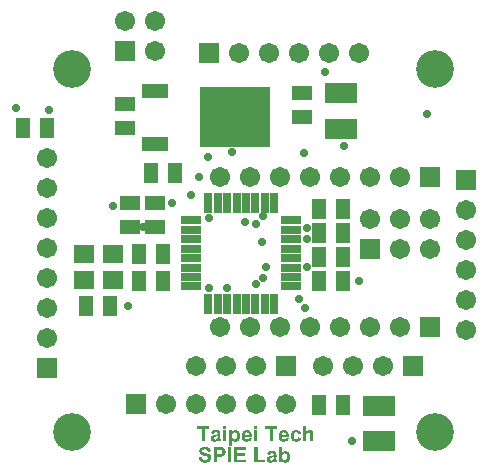
<source format=gts>
G04*
G04 #@! TF.GenerationSoftware,Altium Limited,Altium Designer,19.1.8 (144)*
G04*
G04 Layer_Color=8388736*
%FSLAX25Y25*%
%MOIN*%
G70*
G01*
G75*
%ADD25R,0.07099X0.06312*%
%ADD26R,0.04800X0.06800*%
%ADD27R,0.11036X0.06706*%
%ADD28R,0.06800X0.04800*%
%ADD29R,0.09068X0.04737*%
%ADD30R,0.23832X0.20091*%
%ADD31R,0.06706X0.03162*%
%ADD32R,0.03162X0.06706*%
%ADD33R,0.06706X0.06706*%
%ADD34C,0.06706*%
%ADD35R,0.06706X0.06706*%
%ADD36C,0.02769*%
%ADD37C,0.12611*%
G36*
X84017Y23214D02*
X83037D01*
Y24121D01*
X84017D01*
Y23214D01*
D02*
G37*
G36*
X73683D02*
X72702D01*
Y24121D01*
X73683D01*
Y23214D01*
D02*
G37*
G36*
X76795Y22789D02*
X76839Y22785D01*
X76894Y22778D01*
X76961Y22767D01*
X77031Y22752D01*
X77113Y22730D01*
X77198Y22704D01*
X77283Y22670D01*
X77376Y22630D01*
X77468Y22578D01*
X77561Y22522D01*
X77653Y22452D01*
X77745Y22374D01*
X77831Y22286D01*
X77834Y22278D01*
X77849Y22263D01*
X77871Y22234D01*
X77901Y22193D01*
X77934Y22141D01*
X77975Y22078D01*
X78016Y22004D01*
X78056Y21919D01*
X78097Y21823D01*
X78138Y21720D01*
X78178Y21601D01*
X78212Y21475D01*
X78241Y21338D01*
X78263Y21194D01*
X78278Y21039D01*
X78282Y20872D01*
Y20868D01*
Y20861D01*
Y20850D01*
Y20831D01*
Y20809D01*
X78278Y20783D01*
Y20754D01*
X78275Y20720D01*
X78267Y20643D01*
X78260Y20550D01*
X78245Y20450D01*
X78227Y20343D01*
X78201Y20228D01*
X78171Y20114D01*
X78134Y19992D01*
X78090Y19873D01*
X78038Y19755D01*
X77979Y19640D01*
X77908Y19529D01*
X77827Y19429D01*
X77823Y19422D01*
X77805Y19407D01*
X77782Y19381D01*
X77745Y19348D01*
X77701Y19311D01*
X77649Y19266D01*
X77586Y19218D01*
X77520Y19174D01*
X77442Y19126D01*
X77357Y19078D01*
X77268Y19033D01*
X77168Y18996D01*
X77068Y18963D01*
X76957Y18937D01*
X76843Y18922D01*
X76724Y18915D01*
X76695D01*
X76673Y18919D01*
X76643D01*
X76613Y18922D01*
X76576Y18926D01*
X76539Y18930D01*
X76451Y18945D01*
X76354Y18967D01*
X76258Y18996D01*
X76162Y19037D01*
X76158D01*
X76151Y19044D01*
X76136Y19052D01*
X76117Y19059D01*
X76095Y19074D01*
X76069Y19093D01*
X76040Y19111D01*
X76003Y19137D01*
X75925Y19192D01*
X75884Y19226D01*
X75836Y19266D01*
X75792Y19307D01*
X75740Y19352D01*
X75692Y19403D01*
X75640Y19455D01*
Y17590D01*
X74660D01*
Y22711D01*
X75574D01*
Y22163D01*
X75577Y22167D01*
X75581Y22175D01*
X75592Y22189D01*
X75607Y22212D01*
X75625Y22234D01*
X75648Y22263D01*
X75670Y22293D01*
X75699Y22326D01*
X75770Y22397D01*
X75851Y22474D01*
X75947Y22548D01*
X76055Y22619D01*
X76058Y22622D01*
X76069Y22626D01*
X76084Y22633D01*
X76106Y22645D01*
X76136Y22659D01*
X76169Y22674D01*
X76210Y22689D01*
X76254Y22707D01*
X76302Y22722D01*
X76354Y22737D01*
X76469Y22767D01*
X76595Y22785D01*
X76661Y22793D01*
X76761D01*
X76795Y22789D01*
D02*
G37*
G36*
X97048D02*
X97108Y22785D01*
X97174Y22778D01*
X97248Y22767D01*
X97326Y22756D01*
X97411Y22741D01*
X97496Y22722D01*
X97589Y22696D01*
X97677Y22667D01*
X97766Y22633D01*
X97855Y22593D01*
X97936Y22548D01*
X98014Y22497D01*
X98018Y22493D01*
X98033Y22482D01*
X98051Y22467D01*
X98081Y22441D01*
X98114Y22411D01*
X98151Y22374D01*
X98192Y22326D01*
X98236Y22275D01*
X98284Y22219D01*
X98332Y22152D01*
X98380Y22078D01*
X98425Y21997D01*
X98473Y21912D01*
X98517Y21819D01*
X98554Y21716D01*
X98591Y21609D01*
X97626Y21435D01*
Y21438D01*
X97622Y21446D01*
X97618Y21461D01*
X97615Y21483D01*
X97607Y21505D01*
X97600Y21534D01*
X97578Y21597D01*
X97548Y21668D01*
X97507Y21742D01*
X97459Y21808D01*
X97400Y21871D01*
X97396D01*
X97392Y21879D01*
X97381Y21886D01*
X97370Y21893D01*
X97330Y21919D01*
X97278Y21945D01*
X97215Y21971D01*
X97137Y21997D01*
X97048Y22012D01*
X96952Y22019D01*
X96915D01*
X96889Y22016D01*
X96860Y22012D01*
X96823Y22004D01*
X96782Y21997D01*
X96741Y21986D01*
X96693Y21975D01*
X96645Y21956D01*
X96597Y21938D01*
X96549Y21912D01*
X96501Y21882D01*
X96453Y21849D01*
X96408Y21808D01*
X96364Y21764D01*
X96360Y21760D01*
X96353Y21753D01*
X96345Y21738D01*
X96331Y21716D01*
X96312Y21686D01*
X96294Y21653D01*
X96275Y21612D01*
X96257Y21564D01*
X96234Y21509D01*
X96216Y21446D01*
X96197Y21375D01*
X96179Y21301D01*
X96164Y21216D01*
X96157Y21124D01*
X96149Y21024D01*
X96146Y20917D01*
Y20909D01*
Y20887D01*
Y20854D01*
X96149Y20809D01*
X96153Y20754D01*
X96157Y20695D01*
X96164Y20624D01*
X96175Y20554D01*
X96201Y20399D01*
X96220Y20321D01*
X96238Y20247D01*
X96264Y20173D01*
X96294Y20103D01*
X96327Y20040D01*
X96368Y19984D01*
X96371Y19981D01*
X96379Y19973D01*
X96390Y19958D01*
X96408Y19943D01*
X96430Y19921D01*
X96456Y19899D01*
X96490Y19873D01*
X96527Y19851D01*
X96567Y19825D01*
X96612Y19799D01*
X96660Y19777D01*
X96712Y19755D01*
X96771Y19740D01*
X96830Y19725D01*
X96897Y19718D01*
X96963Y19714D01*
X96989D01*
X97011Y19718D01*
X97034D01*
X97060Y19722D01*
X97126Y19733D01*
X97196Y19755D01*
X97274Y19781D01*
X97348Y19821D01*
X97385Y19844D01*
X97418Y19873D01*
X97422Y19877D01*
X97426Y19881D01*
X97437Y19892D01*
X97448Y19903D01*
X97463Y19921D01*
X97481Y19943D01*
X97500Y19969D01*
X97518Y20003D01*
X97540Y20036D01*
X97559Y20077D01*
X97581Y20121D01*
X97603Y20173D01*
X97622Y20225D01*
X97640Y20288D01*
X97659Y20350D01*
X97674Y20421D01*
X98639Y20258D01*
Y20251D01*
X98632Y20228D01*
X98621Y20195D01*
X98610Y20147D01*
X98591Y20091D01*
X98569Y20029D01*
X98543Y19958D01*
X98510Y19884D01*
X98473Y19803D01*
X98432Y19722D01*
X98384Y19636D01*
X98332Y19551D01*
X98273Y19470D01*
X98210Y19392D01*
X98140Y19318D01*
X98062Y19252D01*
X98058Y19248D01*
X98044Y19237D01*
X98018Y19222D01*
X97984Y19200D01*
X97940Y19174D01*
X97888Y19144D01*
X97829Y19115D01*
X97759Y19085D01*
X97681Y19052D01*
X97596Y19022D01*
X97504Y18993D01*
X97400Y18967D01*
X97293Y18945D01*
X97174Y18930D01*
X97048Y18919D01*
X96919Y18915D01*
X96882D01*
X96863Y18919D01*
X96841D01*
X96786Y18922D01*
X96715Y18930D01*
X96638Y18941D01*
X96549Y18959D01*
X96453Y18978D01*
X96349Y19007D01*
X96245Y19041D01*
X96135Y19081D01*
X96027Y19129D01*
X95920Y19189D01*
X95816Y19255D01*
X95716Y19337D01*
X95620Y19425D01*
X95617Y19433D01*
X95598Y19448D01*
X95576Y19477D01*
X95546Y19522D01*
X95509Y19573D01*
X95468Y19636D01*
X95424Y19710D01*
X95380Y19795D01*
X95335Y19892D01*
X95291Y19999D01*
X95250Y20117D01*
X95213Y20243D01*
X95184Y20380D01*
X95161Y20528D01*
X95143Y20684D01*
X95139Y20850D01*
Y20854D01*
Y20861D01*
Y20872D01*
Y20891D01*
X95143Y20913D01*
Y20939D01*
Y20968D01*
X95147Y21002D01*
X95154Y21079D01*
X95165Y21168D01*
X95180Y21264D01*
X95198Y21372D01*
X95224Y21486D01*
X95258Y21601D01*
X95298Y21720D01*
X95343Y21842D01*
X95398Y21956D01*
X95465Y22071D01*
X95539Y22178D01*
X95624Y22278D01*
X95631Y22286D01*
X95646Y22300D01*
X95676Y22326D01*
X95713Y22360D01*
X95761Y22397D01*
X95820Y22441D01*
X95890Y22489D01*
X95972Y22537D01*
X96061Y22582D01*
X96157Y22630D01*
X96264Y22674D01*
X96382Y22711D01*
X96508Y22744D01*
X96641Y22770D01*
X96786Y22785D01*
X96937Y22793D01*
X97004D01*
X97048Y22789D01*
D02*
G37*
G36*
X100312Y22234D02*
X100319Y22241D01*
X100334Y22260D01*
X100360Y22286D01*
X100397Y22323D01*
X100441Y22363D01*
X100497Y22411D01*
X100560Y22459D01*
X100630Y22515D01*
X100711Y22567D01*
X100796Y22615D01*
X100893Y22663D01*
X100993Y22704D01*
X101096Y22741D01*
X101207Y22770D01*
X101326Y22785D01*
X101448Y22793D01*
X101503D01*
X101533Y22789D01*
X101570Y22785D01*
X101607Y22781D01*
X101651Y22778D01*
X101744Y22763D01*
X101847Y22741D01*
X101951Y22707D01*
X102055Y22667D01*
X102058D01*
X102066Y22659D01*
X102080Y22656D01*
X102099Y22645D01*
X102121Y22633D01*
X102147Y22615D01*
X102210Y22578D01*
X102277Y22534D01*
X102343Y22478D01*
X102410Y22415D01*
X102465Y22345D01*
Y22341D01*
X102473Y22337D01*
X102480Y22326D01*
X102487Y22311D01*
X102498Y22293D01*
X102513Y22271D01*
X102543Y22215D01*
X102573Y22152D01*
X102606Y22078D01*
X102635Y21997D01*
X102658Y21908D01*
Y21904D01*
X102661Y21897D01*
Y21882D01*
X102665Y21864D01*
X102669Y21838D01*
X102672Y21808D01*
X102680Y21771D01*
X102683Y21727D01*
X102687Y21679D01*
X102695Y21627D01*
X102698Y21564D01*
X102702Y21501D01*
X102706Y21427D01*
Y21350D01*
X102709Y21264D01*
Y21176D01*
Y19000D01*
X101729D01*
Y20957D01*
Y20965D01*
Y20983D01*
Y21013D01*
Y21050D01*
Y21098D01*
X101725Y21150D01*
Y21209D01*
X101722Y21268D01*
X101714Y21394D01*
X101710Y21457D01*
X101703Y21516D01*
X101696Y21572D01*
X101688Y21620D01*
X101681Y21664D01*
X101670Y21697D01*
X101666Y21705D01*
X101659Y21723D01*
X101644Y21753D01*
X101625Y21786D01*
X101599Y21827D01*
X101562Y21868D01*
X101522Y21908D01*
X101474Y21945D01*
X101466Y21949D01*
X101448Y21960D01*
X101418Y21975D01*
X101377Y21993D01*
X101326Y22012D01*
X101266Y22027D01*
X101196Y22038D01*
X101118Y22041D01*
X101078D01*
X101056Y22038D01*
X101030Y22034D01*
X100974Y22027D01*
X100904Y22012D01*
X100830Y21990D01*
X100756Y21960D01*
X100682Y21919D01*
X100678D01*
X100674Y21916D01*
X100652Y21897D01*
X100615Y21868D01*
X100575Y21831D01*
X100530Y21779D01*
X100482Y21720D01*
X100438Y21645D01*
X100401Y21560D01*
Y21557D01*
X100397Y21549D01*
X100393Y21534D01*
X100386Y21516D01*
X100378Y21490D01*
X100371Y21461D01*
X100364Y21423D01*
X100356Y21383D01*
X100349Y21338D01*
X100341Y21287D01*
X100334Y21227D01*
X100327Y21165D01*
X100319Y21094D01*
X100315Y21020D01*
X100312Y20943D01*
Y20857D01*
Y19000D01*
X99331D01*
Y24121D01*
X100312D01*
Y22234D01*
D02*
G37*
G36*
X90725Y23255D02*
X89208D01*
Y19000D01*
X88176D01*
Y23255D01*
X86655D01*
Y24121D01*
X90725D01*
Y23255D01*
D02*
G37*
G36*
X84017Y19000D02*
X83037D01*
Y22711D01*
X84017D01*
Y19000D01*
D02*
G37*
G36*
X73683D02*
X72702D01*
Y22711D01*
X73683D01*
Y19000D01*
D02*
G37*
G36*
X70283Y22789D02*
X70338D01*
X70401Y22785D01*
X70471Y22781D01*
X70545Y22774D01*
X70623Y22767D01*
X70704Y22756D01*
X70867Y22726D01*
X70945Y22711D01*
X71023Y22689D01*
X71093Y22663D01*
X71156Y22637D01*
X71159D01*
X71171Y22630D01*
X71185Y22622D01*
X71208Y22607D01*
X71233Y22593D01*
X71263Y22574D01*
X71333Y22530D01*
X71407Y22471D01*
X71481Y22404D01*
X71552Y22326D01*
X71581Y22286D01*
X71607Y22241D01*
Y22238D01*
X71615Y22230D01*
X71618Y22215D01*
X71629Y22193D01*
X71637Y22167D01*
X71648Y22130D01*
X71663Y22090D01*
X71674Y22041D01*
X71685Y21986D01*
X71700Y21919D01*
X71711Y21849D01*
X71718Y21768D01*
X71729Y21679D01*
X71733Y21583D01*
X71740Y21475D01*
Y21361D01*
X71726Y20217D01*
Y20214D01*
Y20195D01*
Y20169D01*
Y20136D01*
Y20095D01*
X71729Y20051D01*
Y19999D01*
X71733Y19943D01*
X71737Y19825D01*
X71744Y19707D01*
X71748Y19647D01*
X71755Y19592D01*
X71763Y19544D01*
X71770Y19496D01*
Y19492D01*
X71774Y19485D01*
Y19474D01*
X71781Y19455D01*
X71785Y19433D01*
X71792Y19407D01*
X71811Y19348D01*
X71833Y19274D01*
X71866Y19189D01*
X71903Y19096D01*
X71948Y19000D01*
X70978D01*
Y19004D01*
X70971Y19018D01*
X70963Y19041D01*
X70952Y19074D01*
X70938Y19115D01*
X70919Y19163D01*
X70900Y19222D01*
X70882Y19289D01*
Y19292D01*
X70878Y19303D01*
X70875Y19318D01*
X70867Y19337D01*
X70856Y19374D01*
X70852Y19388D01*
X70849Y19403D01*
X70845Y19400D01*
X70838Y19392D01*
X70823Y19381D01*
X70804Y19363D01*
X70782Y19344D01*
X70753Y19318D01*
X70723Y19292D01*
X70686Y19266D01*
X70608Y19207D01*
X70516Y19144D01*
X70416Y19089D01*
X70309Y19037D01*
X70305D01*
X70297Y19033D01*
X70279Y19026D01*
X70260Y19018D01*
X70231Y19007D01*
X70201Y19000D01*
X70164Y18989D01*
X70127Y18978D01*
X70083Y18963D01*
X70035Y18952D01*
X69931Y18933D01*
X69816Y18919D01*
X69698Y18915D01*
X69672D01*
X69643Y18919D01*
X69602D01*
X69554Y18926D01*
X69498Y18930D01*
X69439Y18941D01*
X69369Y18956D01*
X69298Y18970D01*
X69224Y18993D01*
X69150Y19015D01*
X69076Y19044D01*
X69002Y19081D01*
X68928Y19122D01*
X68858Y19170D01*
X68795Y19226D01*
X68792Y19229D01*
X68780Y19241D01*
X68766Y19259D01*
X68743Y19281D01*
X68717Y19311D01*
X68692Y19348D01*
X68662Y19392D01*
X68632Y19440D01*
X68599Y19496D01*
X68569Y19555D01*
X68544Y19618D01*
X68518Y19688D01*
X68496Y19762D01*
X68481Y19840D01*
X68470Y19925D01*
X68466Y20010D01*
Y20014D01*
Y20025D01*
Y20040D01*
X68470Y20062D01*
Y20091D01*
X68473Y20121D01*
X68477Y20158D01*
X68484Y20199D01*
X68503Y20284D01*
X68529Y20380D01*
X68566Y20476D01*
X68614Y20569D01*
X68618Y20572D01*
X68621Y20580D01*
X68629Y20591D01*
X68643Y20609D01*
X68677Y20654D01*
X68725Y20709D01*
X68784Y20769D01*
X68854Y20831D01*
X68940Y20894D01*
X69036Y20946D01*
X69039D01*
X69047Y20954D01*
X69065Y20961D01*
X69087Y20968D01*
X69113Y20979D01*
X69147Y20994D01*
X69187Y21009D01*
X69235Y21024D01*
X69287Y21042D01*
X69346Y21061D01*
X69409Y21079D01*
X69480Y21098D01*
X69554Y21120D01*
X69635Y21139D01*
X69724Y21157D01*
X69816Y21176D01*
X69824D01*
X69846Y21183D01*
X69883Y21187D01*
X69927Y21198D01*
X69983Y21209D01*
X70050Y21224D01*
X70120Y21238D01*
X70194Y21253D01*
X70353Y21294D01*
X70508Y21335D01*
X70582Y21353D01*
X70653Y21375D01*
X70715Y21398D01*
X70771Y21420D01*
Y21516D01*
Y21520D01*
Y21527D01*
Y21542D01*
X70767Y21560D01*
Y21586D01*
X70764Y21612D01*
X70753Y21671D01*
X70738Y21738D01*
X70712Y21805D01*
X70679Y21868D01*
X70656Y21893D01*
X70630Y21919D01*
X70623Y21923D01*
X70616Y21930D01*
X70601Y21938D01*
X70586Y21949D01*
X70564Y21956D01*
X70542Y21967D01*
X70512Y21982D01*
X70479Y21993D01*
X70438Y22004D01*
X70397Y22012D01*
X70349Y22023D01*
X70294Y22030D01*
X70235Y22038D01*
X70172Y22041D01*
X70057D01*
X70035Y22038D01*
X70009D01*
X69953Y22030D01*
X69887Y22016D01*
X69816Y21997D01*
X69750Y21971D01*
X69691Y21938D01*
X69683Y21934D01*
X69668Y21919D01*
X69639Y21890D01*
X69609Y21853D01*
X69572Y21805D01*
X69532Y21742D01*
X69494Y21664D01*
X69458Y21575D01*
X68566Y21734D01*
X68569Y21742D01*
X68573Y21757D01*
X68581Y21786D01*
X68595Y21823D01*
X68610Y21868D01*
X68632Y21919D01*
X68658Y21975D01*
X68684Y22034D01*
X68717Y22101D01*
X68758Y22163D01*
X68799Y22230D01*
X68847Y22297D01*
X68895Y22360D01*
X68954Y22422D01*
X69014Y22478D01*
X69080Y22530D01*
X69084Y22534D01*
X69099Y22541D01*
X69121Y22556D01*
X69150Y22570D01*
X69187Y22589D01*
X69235Y22611D01*
X69291Y22637D01*
X69358Y22663D01*
X69428Y22685D01*
X69509Y22711D01*
X69602Y22733D01*
X69698Y22752D01*
X69805Y22767D01*
X69920Y22781D01*
X70042Y22789D01*
X70175Y22793D01*
X70238D01*
X70283Y22789D01*
D02*
G37*
G36*
X68070Y23255D02*
X66553D01*
Y19000D01*
X65521D01*
Y23255D01*
X64000D01*
Y24121D01*
X68070D01*
Y23255D01*
D02*
G37*
G36*
X92849Y22789D02*
X92871D01*
X92930Y22785D01*
X93001Y22778D01*
X93078Y22763D01*
X93171Y22748D01*
X93267Y22726D01*
X93367Y22696D01*
X93474Y22659D01*
X93581Y22615D01*
X93692Y22563D01*
X93800Y22500D01*
X93903Y22426D01*
X94003Y22341D01*
X94096Y22245D01*
X94099Y22238D01*
X94118Y22219D01*
X94140Y22186D01*
X94170Y22141D01*
X94207Y22082D01*
X94248Y22012D01*
X94288Y21927D01*
X94333Y21831D01*
X94377Y21720D01*
X94421Y21594D01*
X94458Y21457D01*
X94495Y21305D01*
X94521Y21142D01*
X94543Y20965D01*
X94555Y20772D01*
X94558Y20569D01*
X92098D01*
Y20565D01*
Y20550D01*
X92102Y20528D01*
Y20498D01*
X92105Y20461D01*
X92113Y20417D01*
X92120Y20373D01*
X92131Y20321D01*
X92157Y20210D01*
X92176Y20154D01*
X92198Y20099D01*
X92227Y20043D01*
X92257Y19988D01*
X92290Y19936D01*
X92331Y19888D01*
X92335Y19884D01*
X92342Y19877D01*
X92353Y19866D01*
X92372Y19851D01*
X92394Y19832D01*
X92423Y19810D01*
X92453Y19792D01*
X92490Y19770D01*
X92527Y19744D01*
X92571Y19725D01*
X92668Y19684D01*
X92723Y19670D01*
X92779Y19659D01*
X92838Y19651D01*
X92901Y19647D01*
X92923D01*
X92941Y19651D01*
X92982Y19655D01*
X93038Y19662D01*
X93097Y19677D01*
X93163Y19699D01*
X93226Y19729D01*
X93289Y19770D01*
X93293D01*
X93297Y19777D01*
X93315Y19795D01*
X93345Y19825D01*
X93378Y19870D01*
X93419Y19925D01*
X93459Y19995D01*
X93496Y20077D01*
X93530Y20177D01*
X94507Y20014D01*
X94503Y20006D01*
X94499Y19992D01*
X94488Y19962D01*
X94469Y19925D01*
X94451Y19881D01*
X94425Y19829D01*
X94396Y19770D01*
X94358Y19710D01*
X94322Y19644D01*
X94277Y19577D01*
X94225Y19507D01*
X94174Y19440D01*
X94114Y19374D01*
X94051Y19307D01*
X93981Y19248D01*
X93907Y19192D01*
X93903Y19189D01*
X93889Y19181D01*
X93866Y19166D01*
X93833Y19148D01*
X93792Y19129D01*
X93748Y19104D01*
X93689Y19081D01*
X93626Y19056D01*
X93556Y19030D01*
X93482Y19004D01*
X93397Y18978D01*
X93308Y18959D01*
X93212Y18941D01*
X93108Y18926D01*
X93001Y18919D01*
X92890Y18915D01*
X92849D01*
X92823Y18919D01*
X92797D01*
X92768Y18922D01*
X92730Y18926D01*
X92649Y18933D01*
X92560Y18948D01*
X92457Y18967D01*
X92346Y18993D01*
X92231Y19026D01*
X92113Y19070D01*
X91994Y19118D01*
X91876Y19181D01*
X91761Y19252D01*
X91654Y19337D01*
X91550Y19433D01*
X91458Y19544D01*
X91454Y19551D01*
X91443Y19566D01*
X91424Y19596D01*
X91402Y19636D01*
X91373Y19684D01*
X91343Y19744D01*
X91310Y19814D01*
X91276Y19895D01*
X91239Y19984D01*
X91206Y20080D01*
X91176Y20184D01*
X91151Y20299D01*
X91125Y20417D01*
X91106Y20547D01*
X91095Y20684D01*
X91091Y20824D01*
Y20828D01*
Y20835D01*
Y20846D01*
Y20865D01*
X91095Y20887D01*
Y20913D01*
Y20943D01*
X91099Y20976D01*
X91106Y21054D01*
X91117Y21142D01*
X91132Y21242D01*
X91151Y21350D01*
X91176Y21464D01*
X91210Y21583D01*
X91247Y21701D01*
X91295Y21823D01*
X91350Y21941D01*
X91413Y22056D01*
X91487Y22163D01*
X91572Y22267D01*
X91580Y22275D01*
X91595Y22289D01*
X91620Y22315D01*
X91658Y22348D01*
X91706Y22389D01*
X91765Y22434D01*
X91831Y22482D01*
X91905Y22530D01*
X91991Y22578D01*
X92083Y22626D01*
X92183Y22670D01*
X92290Y22711D01*
X92405Y22744D01*
X92527Y22770D01*
X92656Y22785D01*
X92793Y22793D01*
X92830D01*
X92849Y22789D01*
D02*
G37*
G36*
X80528D02*
X80550D01*
X80609Y22785D01*
X80680Y22778D01*
X80757Y22763D01*
X80850Y22748D01*
X80946Y22726D01*
X81046Y22696D01*
X81153Y22659D01*
X81261Y22615D01*
X81371Y22563D01*
X81479Y22500D01*
X81582Y22426D01*
X81682Y22341D01*
X81775Y22245D01*
X81779Y22238D01*
X81797Y22219D01*
X81819Y22186D01*
X81849Y22141D01*
X81886Y22082D01*
X81927Y22012D01*
X81967Y21927D01*
X82012Y21831D01*
X82056Y21720D01*
X82100Y21594D01*
X82137Y21457D01*
X82174Y21305D01*
X82200Y21142D01*
X82222Y20965D01*
X82234Y20772D01*
X82237Y20569D01*
X79777D01*
Y20565D01*
Y20550D01*
X79781Y20528D01*
Y20498D01*
X79784Y20461D01*
X79792Y20417D01*
X79799Y20373D01*
X79810Y20321D01*
X79836Y20210D01*
X79855Y20154D01*
X79877Y20099D01*
X79906Y20043D01*
X79936Y19988D01*
X79969Y19936D01*
X80010Y19888D01*
X80014Y19884D01*
X80021Y19877D01*
X80032Y19866D01*
X80051Y19851D01*
X80073Y19832D01*
X80102Y19810D01*
X80132Y19792D01*
X80169Y19770D01*
X80206Y19744D01*
X80250Y19725D01*
X80347Y19684D01*
X80402Y19670D01*
X80458Y19659D01*
X80517Y19651D01*
X80580Y19647D01*
X80602D01*
X80620Y19651D01*
X80661Y19655D01*
X80717Y19662D01*
X80776Y19677D01*
X80842Y19699D01*
X80905Y19729D01*
X80968Y19770D01*
X80972D01*
X80976Y19777D01*
X80994Y19795D01*
X81024Y19825D01*
X81057Y19870D01*
X81098Y19925D01*
X81138Y19995D01*
X81175Y20077D01*
X81209Y20177D01*
X82186Y20014D01*
X82182Y20006D01*
X82178Y19992D01*
X82167Y19962D01*
X82148Y19925D01*
X82130Y19881D01*
X82104Y19829D01*
X82074Y19770D01*
X82038Y19710D01*
X82000Y19644D01*
X81956Y19577D01*
X81904Y19507D01*
X81853Y19440D01*
X81793Y19374D01*
X81730Y19307D01*
X81660Y19248D01*
X81586Y19192D01*
X81582Y19189D01*
X81568Y19181D01*
X81545Y19166D01*
X81512Y19148D01*
X81471Y19129D01*
X81427Y19104D01*
X81368Y19081D01*
X81305Y19056D01*
X81235Y19030D01*
X81161Y19004D01*
X81076Y18978D01*
X80987Y18959D01*
X80891Y18941D01*
X80787Y18926D01*
X80680Y18919D01*
X80569Y18915D01*
X80528D01*
X80502Y18919D01*
X80476D01*
X80446Y18922D01*
X80409Y18926D01*
X80328Y18933D01*
X80239Y18948D01*
X80136Y18967D01*
X80025Y18993D01*
X79910Y19026D01*
X79792Y19070D01*
X79673Y19118D01*
X79555Y19181D01*
X79440Y19252D01*
X79333Y19337D01*
X79229Y19433D01*
X79137Y19544D01*
X79133Y19551D01*
X79122Y19566D01*
X79103Y19596D01*
X79081Y19636D01*
X79052Y19684D01*
X79022Y19744D01*
X78989Y19814D01*
X78955Y19895D01*
X78918Y19984D01*
X78885Y20080D01*
X78856Y20184D01*
X78830Y20299D01*
X78804Y20417D01*
X78785Y20547D01*
X78774Y20684D01*
X78770Y20824D01*
Y20828D01*
Y20835D01*
Y20846D01*
Y20865D01*
X78774Y20887D01*
Y20913D01*
Y20943D01*
X78778Y20976D01*
X78785Y21054D01*
X78796Y21142D01*
X78811Y21242D01*
X78830Y21350D01*
X78856Y21464D01*
X78889Y21583D01*
X78926Y21701D01*
X78974Y21823D01*
X79029Y21941D01*
X79092Y22056D01*
X79166Y22163D01*
X79251Y22267D01*
X79259Y22275D01*
X79274Y22289D01*
X79299Y22315D01*
X79337Y22348D01*
X79385Y22389D01*
X79444Y22434D01*
X79510Y22482D01*
X79584Y22530D01*
X79669Y22578D01*
X79762Y22626D01*
X79862Y22670D01*
X79969Y22711D01*
X80084Y22744D01*
X80206Y22770D01*
X80335Y22785D01*
X80472Y22793D01*
X80509D01*
X80528Y22789D01*
D02*
G37*
G36*
X66642Y17202D02*
X66672D01*
X66709Y17199D01*
X66790Y17195D01*
X66883Y17184D01*
X66983Y17169D01*
X67094Y17154D01*
X67208Y17132D01*
X67327Y17102D01*
X67449Y17069D01*
X67571Y17028D01*
X67686Y16976D01*
X67800Y16921D01*
X67904Y16854D01*
X68000Y16780D01*
X68008Y16777D01*
X68022Y16762D01*
X68045Y16736D01*
X68078Y16703D01*
X68115Y16662D01*
X68156Y16610D01*
X68200Y16551D01*
X68248Y16481D01*
X68296Y16407D01*
X68341Y16322D01*
X68385Y16229D01*
X68422Y16129D01*
X68459Y16022D01*
X68485Y15907D01*
X68503Y15785D01*
X68515Y15656D01*
X67482Y15611D01*
Y15615D01*
X67479Y15630D01*
X67475Y15648D01*
X67467Y15674D01*
X67460Y15707D01*
X67449Y15744D01*
X67438Y15785D01*
X67423Y15830D01*
X67382Y15922D01*
X67334Y16014D01*
X67271Y16103D01*
X67238Y16144D01*
X67197Y16177D01*
X67194Y16181D01*
X67186Y16185D01*
X67175Y16192D01*
X67157Y16203D01*
X67134Y16218D01*
X67105Y16233D01*
X67071Y16248D01*
X67035Y16266D01*
X66990Y16281D01*
X66942Y16296D01*
X66887Y16310D01*
X66827Y16325D01*
X66764Y16336D01*
X66698Y16344D01*
X66620Y16351D01*
X66498D01*
X66468Y16348D01*
X66431Y16344D01*
X66387Y16340D01*
X66339Y16336D01*
X66283Y16329D01*
X66172Y16307D01*
X66054Y16274D01*
X65995Y16251D01*
X65939Y16225D01*
X65887Y16196D01*
X65836Y16162D01*
X65828Y16159D01*
X65810Y16140D01*
X65784Y16114D01*
X65754Y16077D01*
X65725Y16033D01*
X65699Y15981D01*
X65680Y15918D01*
X65677Y15885D01*
X65673Y15848D01*
Y15844D01*
Y15841D01*
X65677Y15818D01*
X65680Y15785D01*
X65691Y15741D01*
X65710Y15693D01*
X65736Y15641D01*
X65773Y15589D01*
X65825Y15537D01*
X65828D01*
X65836Y15530D01*
X65847Y15522D01*
X65869Y15508D01*
X65895Y15493D01*
X65928Y15474D01*
X65969Y15456D01*
X66017Y15434D01*
X66076Y15408D01*
X66143Y15382D01*
X66220Y15352D01*
X66309Y15323D01*
X66409Y15289D01*
X66517Y15260D01*
X66642Y15226D01*
X66776Y15193D01*
X66779D01*
X66783Y15189D01*
X66794D01*
X66809Y15186D01*
X66846Y15175D01*
X66898Y15164D01*
X66961Y15145D01*
X67035Y15126D01*
X67112Y15104D01*
X67197Y15082D01*
X67286Y15053D01*
X67379Y15027D01*
X67564Y14964D01*
X67652Y14930D01*
X67738Y14893D01*
X67819Y14860D01*
X67889Y14823D01*
X67893Y14819D01*
X67904Y14816D01*
X67923Y14805D01*
X67948Y14790D01*
X67978Y14768D01*
X68015Y14745D01*
X68052Y14719D01*
X68096Y14686D01*
X68141Y14653D01*
X68185Y14612D01*
X68233Y14571D01*
X68281Y14523D01*
X68374Y14420D01*
X68415Y14361D01*
X68455Y14301D01*
X68459Y14298D01*
X68463Y14287D01*
X68474Y14268D01*
X68489Y14242D01*
X68503Y14209D01*
X68522Y14172D01*
X68540Y14128D01*
X68559Y14076D01*
X68577Y14020D01*
X68596Y13957D01*
X68614Y13891D01*
X68629Y13820D01*
X68644Y13743D01*
X68655Y13661D01*
X68659Y13576D01*
X68663Y13487D01*
Y13484D01*
Y13469D01*
Y13443D01*
X68659Y13413D01*
X68655Y13373D01*
X68648Y13328D01*
X68640Y13276D01*
X68633Y13221D01*
X68618Y13158D01*
X68603Y13092D01*
X68581Y13025D01*
X68559Y12955D01*
X68529Y12881D01*
X68496Y12807D01*
X68459Y12736D01*
X68415Y12662D01*
X68411Y12659D01*
X68404Y12648D01*
X68389Y12625D01*
X68370Y12599D01*
X68344Y12570D01*
X68315Y12533D01*
X68278Y12492D01*
X68237Y12448D01*
X68189Y12403D01*
X68137Y12355D01*
X68082Y12307D01*
X68019Y12263D01*
X67952Y12215D01*
X67882Y12170D01*
X67804Y12129D01*
X67723Y12093D01*
X67719Y12089D01*
X67704Y12085D01*
X67678Y12074D01*
X67641Y12063D01*
X67601Y12048D01*
X67549Y12033D01*
X67486Y12019D01*
X67419Y12000D01*
X67342Y11981D01*
X67256Y11967D01*
X67164Y11952D01*
X67068Y11937D01*
X66964Y11926D01*
X66853Y11915D01*
X66735Y11911D01*
X66613Y11908D01*
X66546D01*
X66520Y11911D01*
X66487D01*
X66454Y11915D01*
X66372Y11922D01*
X66276Y11930D01*
X66172Y11945D01*
X66061Y11963D01*
X65943Y11989D01*
X65821Y12019D01*
X65695Y12052D01*
X65573Y12096D01*
X65451Y12148D01*
X65333Y12207D01*
X65222Y12278D01*
X65118Y12355D01*
X65110Y12359D01*
X65096Y12377D01*
X65070Y12403D01*
X65036Y12440D01*
X64996Y12485D01*
X64948Y12544D01*
X64900Y12610D01*
X64848Y12688D01*
X64792Y12773D01*
X64741Y12873D01*
X64689Y12980D01*
X64641Y13095D01*
X64592Y13225D01*
X64556Y13362D01*
X64522Y13510D01*
X64500Y13665D01*
X65506Y13761D01*
Y13754D01*
X65510Y13739D01*
X65517Y13713D01*
X65525Y13680D01*
X65536Y13635D01*
X65551Y13587D01*
X65566Y13535D01*
X65584Y13480D01*
X65636Y13358D01*
X65666Y13295D01*
X65699Y13232D01*
X65736Y13173D01*
X65776Y13117D01*
X65825Y13066D01*
X65873Y13017D01*
X65876Y13014D01*
X65887Y13006D01*
X65902Y12995D01*
X65925Y12980D01*
X65950Y12962D01*
X65987Y12944D01*
X66024Y12921D01*
X66072Y12899D01*
X66121Y12877D01*
X66180Y12855D01*
X66239Y12836D01*
X66306Y12818D01*
X66380Y12803D01*
X66457Y12792D01*
X66539Y12784D01*
X66624Y12781D01*
X66672D01*
X66705Y12784D01*
X66746Y12788D01*
X66794Y12792D01*
X66849Y12799D01*
X66905Y12807D01*
X67027Y12833D01*
X67090Y12851D01*
X67153Y12869D01*
X67212Y12895D01*
X67271Y12921D01*
X67327Y12955D01*
X67375Y12992D01*
X67379Y12995D01*
X67386Y13003D01*
X67397Y13014D01*
X67416Y13029D01*
X67434Y13051D01*
X67456Y13073D01*
X67479Y13103D01*
X67504Y13132D01*
X67549Y13206D01*
X67589Y13288D01*
X67608Y13336D01*
X67619Y13380D01*
X67627Y13432D01*
X67630Y13484D01*
Y13487D01*
Y13491D01*
Y13513D01*
X67627Y13547D01*
X67615Y13591D01*
X67604Y13639D01*
X67586Y13691D01*
X67560Y13743D01*
X67523Y13791D01*
X67519Y13798D01*
X67501Y13813D01*
X67475Y13835D01*
X67438Y13869D01*
X67386Y13902D01*
X67319Y13942D01*
X67242Y13980D01*
X67197Y13998D01*
X67149Y14017D01*
X67146D01*
X67142Y14020D01*
X67127Y14024D01*
X67112Y14028D01*
X67086Y14035D01*
X67057Y14046D01*
X67020Y14057D01*
X66979Y14068D01*
X66927Y14083D01*
X66868Y14098D01*
X66801Y14116D01*
X66724Y14139D01*
X66639Y14161D01*
X66542Y14183D01*
X66435Y14209D01*
X66320Y14239D01*
X66317D01*
X66309Y14242D01*
X66298D01*
X66283Y14250D01*
X66265Y14253D01*
X66243Y14261D01*
X66187Y14276D01*
X66117Y14294D01*
X66039Y14320D01*
X65954Y14349D01*
X65865Y14379D01*
X65769Y14416D01*
X65673Y14453D01*
X65573Y14494D01*
X65481Y14538D01*
X65388Y14586D01*
X65303Y14638D01*
X65225Y14690D01*
X65155Y14745D01*
X65151Y14749D01*
X65136Y14764D01*
X65110Y14790D01*
X65081Y14819D01*
X65048Y14860D01*
X65007Y14912D01*
X64963Y14967D01*
X64922Y15034D01*
X64877Y15104D01*
X64833Y15182D01*
X64792Y15267D01*
X64759Y15356D01*
X64729Y15452D01*
X64704Y15556D01*
X64689Y15663D01*
X64685Y15774D01*
Y15778D01*
Y15792D01*
Y15811D01*
X64689Y15841D01*
X64692Y15874D01*
X64696Y15915D01*
X64704Y15963D01*
X64711Y16014D01*
X64726Y16066D01*
X64737Y16126D01*
X64755Y16185D01*
X64777Y16248D01*
X64803Y16314D01*
X64833Y16377D01*
X64866Y16444D01*
X64903Y16507D01*
X64907Y16510D01*
X64914Y16521D01*
X64925Y16540D01*
X64944Y16562D01*
X64966Y16592D01*
X64996Y16625D01*
X65029Y16658D01*
X65066Y16699D01*
X65110Y16740D01*
X65159Y16784D01*
X65210Y16825D01*
X65266Y16869D01*
X65329Y16910D01*
X65395Y16951D01*
X65466Y16991D01*
X65543Y17025D01*
X65547Y17028D01*
X65562Y17032D01*
X65588Y17043D01*
X65617Y17054D01*
X65658Y17065D01*
X65706Y17084D01*
X65762Y17099D01*
X65825Y17117D01*
X65895Y17132D01*
X65973Y17150D01*
X66054Y17165D01*
X66143Y17176D01*
X66239Y17191D01*
X66339Y17199D01*
X66443Y17202D01*
X66550Y17206D01*
X66616D01*
X66642Y17202D01*
D02*
G37*
G36*
X88964Y15789D02*
X89020D01*
X89083Y15785D01*
X89153Y15781D01*
X89227Y15774D01*
X89305Y15767D01*
X89386Y15755D01*
X89549Y15726D01*
X89627Y15711D01*
X89704Y15689D01*
X89775Y15663D01*
X89838Y15637D01*
X89841D01*
X89852Y15630D01*
X89867Y15622D01*
X89889Y15608D01*
X89915Y15593D01*
X89945Y15574D01*
X90015Y15530D01*
X90089Y15471D01*
X90163Y15404D01*
X90233Y15326D01*
X90263Y15286D01*
X90289Y15241D01*
Y15237D01*
X90296Y15230D01*
X90300Y15215D01*
X90311Y15193D01*
X90319Y15167D01*
X90330Y15130D01*
X90345Y15089D01*
X90356Y15041D01*
X90367Y14986D01*
X90381Y14919D01*
X90393Y14849D01*
X90400Y14768D01*
X90411Y14679D01*
X90415Y14583D01*
X90422Y14475D01*
Y14361D01*
X90407Y13217D01*
Y13214D01*
Y13195D01*
Y13169D01*
Y13136D01*
Y13095D01*
X90411Y13051D01*
Y12999D01*
X90415Y12944D01*
X90418Y12825D01*
X90426Y12707D01*
X90430Y12648D01*
X90437Y12592D01*
X90444Y12544D01*
X90452Y12496D01*
Y12492D01*
X90456Y12485D01*
Y12474D01*
X90463Y12455D01*
X90467Y12433D01*
X90474Y12407D01*
X90492Y12348D01*
X90515Y12274D01*
X90548Y12189D01*
X90585Y12096D01*
X90629Y12000D01*
X89660D01*
Y12004D01*
X89653Y12019D01*
X89645Y12041D01*
X89634Y12074D01*
X89619Y12115D01*
X89601Y12163D01*
X89582Y12222D01*
X89564Y12289D01*
Y12292D01*
X89560Y12303D01*
X89556Y12318D01*
X89549Y12337D01*
X89538Y12374D01*
X89534Y12388D01*
X89530Y12403D01*
X89527Y12400D01*
X89519Y12392D01*
X89505Y12381D01*
X89486Y12363D01*
X89464Y12344D01*
X89434Y12318D01*
X89405Y12292D01*
X89368Y12266D01*
X89290Y12207D01*
X89197Y12144D01*
X89098Y12089D01*
X88990Y12037D01*
X88987D01*
X88979Y12033D01*
X88961Y12026D01*
X88942Y12019D01*
X88913Y12007D01*
X88883Y12000D01*
X88846Y11989D01*
X88809Y11978D01*
X88765Y11963D01*
X88717Y11952D01*
X88613Y11933D01*
X88498Y11919D01*
X88380Y11915D01*
X88354D01*
X88324Y11919D01*
X88284D01*
X88235Y11926D01*
X88180Y11930D01*
X88121Y11941D01*
X88051Y11956D01*
X87980Y11970D01*
X87906Y11993D01*
X87832Y12015D01*
X87758Y12044D01*
X87684Y12081D01*
X87610Y12122D01*
X87540Y12170D01*
X87477Y12226D01*
X87473Y12229D01*
X87462Y12241D01*
X87447Y12259D01*
X87425Y12281D01*
X87399Y12311D01*
X87373Y12348D01*
X87344Y12392D01*
X87314Y12440D01*
X87281Y12496D01*
X87251Y12555D01*
X87225Y12618D01*
X87199Y12688D01*
X87177Y12762D01*
X87163Y12840D01*
X87151Y12925D01*
X87148Y13010D01*
Y13014D01*
Y13025D01*
Y13040D01*
X87151Y13062D01*
Y13092D01*
X87155Y13121D01*
X87159Y13158D01*
X87166Y13199D01*
X87185Y13284D01*
X87211Y13380D01*
X87248Y13476D01*
X87296Y13569D01*
X87299Y13573D01*
X87303Y13580D01*
X87310Y13591D01*
X87325Y13610D01*
X87359Y13654D01*
X87407Y13709D01*
X87466Y13769D01*
X87536Y13832D01*
X87621Y13894D01*
X87717Y13946D01*
X87721D01*
X87729Y13954D01*
X87747Y13961D01*
X87769Y13968D01*
X87795Y13980D01*
X87828Y13994D01*
X87869Y14009D01*
X87917Y14024D01*
X87969Y14042D01*
X88028Y14061D01*
X88091Y14079D01*
X88161Y14098D01*
X88235Y14120D01*
X88317Y14139D01*
X88406Y14157D01*
X88498Y14176D01*
X88506D01*
X88528Y14183D01*
X88565Y14187D01*
X88609Y14198D01*
X88665Y14209D01*
X88731Y14224D01*
X88802Y14239D01*
X88876Y14253D01*
X89035Y14294D01*
X89190Y14335D01*
X89264Y14353D01*
X89334Y14375D01*
X89397Y14398D01*
X89453Y14420D01*
Y14516D01*
Y14520D01*
Y14527D01*
Y14542D01*
X89449Y14560D01*
Y14586D01*
X89445Y14612D01*
X89434Y14671D01*
X89420Y14738D01*
X89394Y14805D01*
X89360Y14867D01*
X89338Y14893D01*
X89312Y14919D01*
X89305Y14923D01*
X89297Y14930D01*
X89283Y14938D01*
X89268Y14949D01*
X89246Y14956D01*
X89223Y14967D01*
X89194Y14982D01*
X89161Y14993D01*
X89120Y15004D01*
X89079Y15012D01*
X89031Y15023D01*
X88976Y15030D01*
X88916Y15038D01*
X88853Y15041D01*
X88739D01*
X88717Y15038D01*
X88691D01*
X88635Y15030D01*
X88569Y15015D01*
X88498Y14997D01*
X88432Y14971D01*
X88372Y14938D01*
X88365Y14934D01*
X88350Y14919D01*
X88321Y14890D01*
X88291Y14853D01*
X88254Y14805D01*
X88213Y14742D01*
X88176Y14664D01*
X88139Y14575D01*
X87248Y14734D01*
X87251Y14742D01*
X87255Y14757D01*
X87262Y14786D01*
X87277Y14823D01*
X87292Y14867D01*
X87314Y14919D01*
X87340Y14975D01*
X87366Y15034D01*
X87399Y15101D01*
X87440Y15164D01*
X87481Y15230D01*
X87529Y15297D01*
X87577Y15360D01*
X87636Y15423D01*
X87695Y15478D01*
X87762Y15530D01*
X87766Y15533D01*
X87780Y15541D01*
X87803Y15556D01*
X87832Y15571D01*
X87869Y15589D01*
X87917Y15611D01*
X87973Y15637D01*
X88039Y15663D01*
X88110Y15685D01*
X88191Y15711D01*
X88284Y15733D01*
X88380Y15752D01*
X88487Y15767D01*
X88602Y15781D01*
X88724Y15789D01*
X88857Y15792D01*
X88920D01*
X88964Y15789D01*
D02*
G37*
G36*
X84103Y12866D02*
X86674D01*
Y12000D01*
X83070D01*
Y17076D01*
X84103D01*
Y12866D01*
D02*
G37*
G36*
X80084Y16255D02*
X77320D01*
Y15119D01*
X79892D01*
Y14253D01*
X77320D01*
Y12866D01*
X80181D01*
Y12000D01*
X76288D01*
Y17121D01*
X80084D01*
Y16255D01*
D02*
G37*
G36*
X75300Y12000D02*
X74268D01*
Y17121D01*
X75300D01*
Y12000D01*
D02*
G37*
G36*
X71415Y17117D02*
X71500D01*
X71593Y17113D01*
X71693Y17110D01*
X71900Y17102D01*
X72004Y17095D01*
X72104Y17087D01*
X72196Y17080D01*
X72281Y17069D01*
X72355Y17058D01*
X72385Y17051D01*
X72414Y17043D01*
X72418D01*
X72433Y17036D01*
X72459Y17028D01*
X72488Y17021D01*
X72525Y17006D01*
X72570Y16988D01*
X72618Y16965D01*
X72673Y16936D01*
X72729Y16906D01*
X72788Y16869D01*
X72847Y16828D01*
X72910Y16784D01*
X72973Y16732D01*
X73036Y16673D01*
X73095Y16610D01*
X73151Y16540D01*
X73154Y16536D01*
X73165Y16521D01*
X73180Y16499D01*
X73199Y16470D01*
X73221Y16433D01*
X73247Y16385D01*
X73273Y16333D01*
X73302Y16270D01*
X73328Y16203D01*
X73354Y16129D01*
X73380Y16048D01*
X73402Y15959D01*
X73424Y15863D01*
X73439Y15763D01*
X73447Y15656D01*
X73450Y15545D01*
Y15541D01*
Y15522D01*
Y15500D01*
X73447Y15467D01*
Y15426D01*
X73443Y15378D01*
X73435Y15326D01*
X73428Y15267D01*
X73421Y15208D01*
X73410Y15141D01*
X73376Y15008D01*
X73336Y14875D01*
X73306Y14812D01*
X73276Y14749D01*
X73273Y14745D01*
X73269Y14734D01*
X73258Y14719D01*
X73247Y14697D01*
X73228Y14671D01*
X73210Y14638D01*
X73158Y14568D01*
X73095Y14486D01*
X73021Y14401D01*
X72936Y14320D01*
X72843Y14246D01*
X72840Y14242D01*
X72832Y14239D01*
X72818Y14227D01*
X72799Y14216D01*
X72773Y14201D01*
X72747Y14183D01*
X72714Y14164D01*
X72677Y14146D01*
X72596Y14105D01*
X72507Y14065D01*
X72411Y14028D01*
X72307Y14002D01*
X72303D01*
X72289Y13998D01*
X72270Y13994D01*
X72237Y13991D01*
X72200Y13987D01*
X72152Y13980D01*
X72100Y13972D01*
X72033Y13968D01*
X71963Y13961D01*
X71885Y13954D01*
X71796Y13946D01*
X71700Y13942D01*
X71597Y13939D01*
X71486Y13935D01*
X71364Y13931D01*
X70564D01*
Y12000D01*
X69532D01*
Y17121D01*
X71338D01*
X71415Y17117D01*
D02*
G37*
G36*
X92320Y15274D02*
X92324Y15282D01*
X92343Y15297D01*
X92365Y15323D01*
X92402Y15356D01*
X92442Y15397D01*
X92494Y15437D01*
X92557Y15485D01*
X92624Y15533D01*
X92698Y15582D01*
X92779Y15630D01*
X92868Y15674D01*
X92964Y15711D01*
X93064Y15744D01*
X93168Y15770D01*
X93279Y15785D01*
X93393Y15792D01*
X93423D01*
X93460Y15789D01*
X93508Y15785D01*
X93563Y15778D01*
X93634Y15767D01*
X93708Y15752D01*
X93789Y15730D01*
X93878Y15704D01*
X93967Y15674D01*
X94059Y15633D01*
X94156Y15585D01*
X94248Y15530D01*
X94344Y15463D01*
X94433Y15385D01*
X94518Y15300D01*
X94522Y15293D01*
X94537Y15278D01*
X94559Y15249D01*
X94588Y15208D01*
X94622Y15160D01*
X94659Y15097D01*
X94699Y15023D01*
X94740Y14942D01*
X94781Y14845D01*
X94822Y14742D01*
X94858Y14623D01*
X94892Y14498D01*
X94921Y14361D01*
X94944Y14216D01*
X94958Y14057D01*
X94962Y13891D01*
Y13887D01*
Y13880D01*
Y13869D01*
Y13850D01*
Y13828D01*
X94958Y13798D01*
Y13769D01*
X94955Y13735D01*
X94947Y13654D01*
X94940Y13561D01*
X94925Y13462D01*
X94907Y13351D01*
X94881Y13236D01*
X94851Y13114D01*
X94814Y12992D01*
X94770Y12873D01*
X94718Y12751D01*
X94659Y12636D01*
X94588Y12525D01*
X94507Y12426D01*
X94503Y12418D01*
X94485Y12403D01*
X94463Y12377D01*
X94426Y12344D01*
X94381Y12307D01*
X94329Y12263D01*
X94270Y12218D01*
X94200Y12170D01*
X94126Y12122D01*
X94041Y12078D01*
X93948Y12033D01*
X93852Y11996D01*
X93748Y11963D01*
X93641Y11937D01*
X93527Y11922D01*
X93408Y11915D01*
X93379D01*
X93353Y11919D01*
X93327D01*
X93290Y11922D01*
X93253Y11930D01*
X93212Y11933D01*
X93116Y11956D01*
X93009Y11981D01*
X92894Y12022D01*
X92838Y12044D01*
X92779Y12074D01*
X92775Y12078D01*
X92764Y12081D01*
X92750Y12093D01*
X92727Y12104D01*
X92701Y12122D01*
X92672Y12141D01*
X92635Y12167D01*
X92598Y12192D01*
X92516Y12259D01*
X92428Y12340D01*
X92335Y12433D01*
X92250Y12544D01*
Y12000D01*
X91340D01*
Y17121D01*
X92320D01*
Y15274D01*
D02*
G37*
%LPC*%
G36*
X76462Y22016D02*
X76428D01*
X76402Y22012D01*
X76373Y22008D01*
X76336Y22001D01*
X76295Y21993D01*
X76251Y21982D01*
X76206Y21967D01*
X76158Y21945D01*
X76106Y21923D01*
X76058Y21897D01*
X76007Y21864D01*
X75958Y21827D01*
X75910Y21782D01*
X75862Y21734D01*
X75858Y21731D01*
X75851Y21723D01*
X75840Y21705D01*
X75825Y21682D01*
X75807Y21653D01*
X75788Y21620D01*
X75766Y21575D01*
X75744Y21527D01*
X75722Y21472D01*
X75699Y21412D01*
X75681Y21346D01*
X75662Y21272D01*
X75648Y21190D01*
X75637Y21105D01*
X75629Y21013D01*
X75625Y20913D01*
Y20906D01*
Y20887D01*
Y20854D01*
X75629Y20809D01*
X75633Y20757D01*
X75640Y20698D01*
X75648Y20635D01*
X75655Y20561D01*
X75685Y20413D01*
X75707Y20336D01*
X75729Y20258D01*
X75759Y20184D01*
X75792Y20114D01*
X75829Y20047D01*
X75873Y19988D01*
X75877Y19984D01*
X75884Y19977D01*
X75899Y19962D01*
X75918Y19943D01*
X75944Y19918D01*
X75969Y19895D01*
X76003Y19866D01*
X76043Y19840D01*
X76084Y19814D01*
X76132Y19784D01*
X76180Y19762D01*
X76232Y19740D01*
X76291Y19718D01*
X76351Y19703D01*
X76414Y19696D01*
X76480Y19692D01*
X76495D01*
X76513Y19696D01*
X76539D01*
X76565Y19699D01*
X76602Y19707D01*
X76639Y19714D01*
X76680Y19725D01*
X76724Y19740D01*
X76772Y19759D01*
X76820Y19781D01*
X76869Y19807D01*
X76917Y19840D01*
X76965Y19877D01*
X77009Y19918D01*
X77054Y19966D01*
X77057Y19969D01*
X77065Y19981D01*
X77076Y19995D01*
X77091Y20018D01*
X77105Y20047D01*
X77128Y20084D01*
X77146Y20129D01*
X77168Y20180D01*
X77191Y20240D01*
X77209Y20306D01*
X77231Y20380D01*
X77246Y20461D01*
X77261Y20550D01*
X77272Y20647D01*
X77279Y20750D01*
X77283Y20865D01*
Y20872D01*
Y20891D01*
Y20920D01*
X77279Y20961D01*
X77276Y21009D01*
X77272Y21065D01*
X77264Y21127D01*
X77253Y21194D01*
X77224Y21335D01*
X77205Y21405D01*
X77183Y21475D01*
X77157Y21546D01*
X77124Y21612D01*
X77087Y21675D01*
X77046Y21731D01*
X77043Y21734D01*
X77035Y21742D01*
X77024Y21757D01*
X77005Y21775D01*
X76980Y21797D01*
X76954Y21819D01*
X76920Y21845D01*
X76883Y21875D01*
X76843Y21901D01*
X76798Y21927D01*
X76750Y21949D01*
X76698Y21971D01*
X76647Y21990D01*
X76587Y22004D01*
X76525Y22012D01*
X76462Y22016D01*
D02*
G37*
G36*
X70771Y20780D02*
X70767D01*
X70764Y20776D01*
X70753Y20772D01*
X70734Y20769D01*
X70715Y20761D01*
X70690Y20754D01*
X70660Y20746D01*
X70623Y20739D01*
X70582Y20728D01*
X70538Y20717D01*
X70490Y20702D01*
X70434Y20691D01*
X70375Y20676D01*
X70312Y20661D01*
X70242Y20643D01*
X70168Y20628D01*
X70164D01*
X70149Y20624D01*
X70131Y20621D01*
X70101Y20613D01*
X70068Y20606D01*
X70031Y20595D01*
X69950Y20572D01*
X69861Y20547D01*
X69772Y20521D01*
X69731Y20502D01*
X69694Y20487D01*
X69661Y20473D01*
X69635Y20458D01*
X69631D01*
X69628Y20450D01*
X69605Y20432D01*
X69576Y20402D01*
X69543Y20362D01*
X69506Y20313D01*
X69476Y20254D01*
X69454Y20184D01*
X69450Y20147D01*
X69446Y20110D01*
Y20106D01*
Y20103D01*
Y20091D01*
X69450Y20077D01*
X69454Y20036D01*
X69465Y19988D01*
X69483Y19932D01*
X69509Y19873D01*
X69546Y19814D01*
X69598Y19755D01*
X69605Y19747D01*
X69628Y19733D01*
X69661Y19707D01*
X69705Y19681D01*
X69761Y19655D01*
X69828Y19629D01*
X69905Y19614D01*
X69990Y19607D01*
X70016D01*
X70035Y19611D01*
X70061D01*
X70086Y19618D01*
X70153Y19629D01*
X70231Y19651D01*
X70316Y19681D01*
X70405Y19725D01*
X70453Y19751D01*
X70497Y19781D01*
X70501D01*
X70505Y19788D01*
X70527Y19803D01*
X70556Y19832D01*
X70593Y19870D01*
X70634Y19918D01*
X70671Y19973D01*
X70704Y20036D01*
X70730Y20103D01*
X70734Y20110D01*
X70738Y20129D01*
X70741Y20143D01*
X70745Y20162D01*
X70749Y20184D01*
X70753Y20210D01*
X70756Y20240D01*
X70760Y20277D01*
Y20313D01*
X70764Y20358D01*
X70767Y20406D01*
X70771Y20461D01*
Y20521D01*
Y20584D01*
Y20780D01*
D02*
G37*
G36*
X92853Y22041D02*
X92823D01*
X92801Y22038D01*
X92771Y22034D01*
X92738Y22030D01*
X92705Y22023D01*
X92664Y22012D01*
X92582Y21982D01*
X92538Y21964D01*
X92494Y21941D01*
X92446Y21916D01*
X92405Y21882D01*
X92361Y21845D01*
X92320Y21805D01*
X92316Y21801D01*
X92312Y21793D01*
X92301Y21779D01*
X92286Y21760D01*
X92272Y21738D01*
X92253Y21708D01*
X92235Y21675D01*
X92216Y21638D01*
X92194Y21594D01*
X92176Y21546D01*
X92161Y21494D01*
X92142Y21438D01*
X92131Y21375D01*
X92120Y21313D01*
X92113Y21242D01*
Y21168D01*
X93585D01*
Y21172D01*
Y21187D01*
X93581Y21209D01*
Y21238D01*
X93578Y21275D01*
X93570Y21316D01*
X93563Y21361D01*
X93552Y21409D01*
X93526Y21512D01*
X93485Y21620D01*
X93463Y21675D01*
X93433Y21723D01*
X93400Y21771D01*
X93363Y21816D01*
X93360Y21819D01*
X93352Y21827D01*
X93341Y21838D01*
X93326Y21853D01*
X93304Y21868D01*
X93282Y21886D01*
X93252Y21908D01*
X93219Y21930D01*
X93145Y21971D01*
X93060Y22008D01*
X93012Y22019D01*
X92960Y22030D01*
X92908Y22038D01*
X92853Y22041D01*
D02*
G37*
G36*
X80532D02*
X80502D01*
X80480Y22038D01*
X80450Y22034D01*
X80417Y22030D01*
X80384Y22023D01*
X80343Y22012D01*
X80261Y21982D01*
X80217Y21964D01*
X80173Y21941D01*
X80125Y21916D01*
X80084Y21882D01*
X80040Y21845D01*
X79999Y21805D01*
X79995Y21801D01*
X79991Y21793D01*
X79980Y21779D01*
X79966Y21760D01*
X79951Y21738D01*
X79932Y21708D01*
X79914Y21675D01*
X79895Y21638D01*
X79873Y21594D01*
X79855Y21546D01*
X79840Y21494D01*
X79821Y21438D01*
X79810Y21375D01*
X79799Y21313D01*
X79792Y21242D01*
Y21168D01*
X81264D01*
Y21172D01*
Y21187D01*
X81261Y21209D01*
Y21238D01*
X81257Y21275D01*
X81249Y21316D01*
X81242Y21361D01*
X81231Y21409D01*
X81205Y21512D01*
X81164Y21620D01*
X81142Y21675D01*
X81112Y21723D01*
X81079Y21771D01*
X81042Y21816D01*
X81038Y21819D01*
X81031Y21827D01*
X81020Y21838D01*
X81005Y21853D01*
X80983Y21868D01*
X80961Y21886D01*
X80931Y21908D01*
X80898Y21930D01*
X80824Y21971D01*
X80739Y22008D01*
X80691Y22019D01*
X80639Y22030D01*
X80587Y22038D01*
X80532Y22041D01*
D02*
G37*
G36*
X89453Y13780D02*
X89449D01*
X89445Y13776D01*
X89434Y13772D01*
X89416Y13769D01*
X89397Y13761D01*
X89371Y13754D01*
X89342Y13746D01*
X89305Y13739D01*
X89264Y13728D01*
X89220Y13717D01*
X89172Y13702D01*
X89116Y13691D01*
X89057Y13676D01*
X88994Y13661D01*
X88924Y13643D01*
X88850Y13628D01*
X88846D01*
X88831Y13624D01*
X88813Y13621D01*
X88783Y13613D01*
X88750Y13606D01*
X88713Y13595D01*
X88631Y13573D01*
X88543Y13547D01*
X88454Y13521D01*
X88413Y13502D01*
X88376Y13487D01*
X88343Y13473D01*
X88317Y13458D01*
X88313D01*
X88310Y13450D01*
X88287Y13432D01*
X88258Y13402D01*
X88224Y13362D01*
X88187Y13314D01*
X88158Y13254D01*
X88136Y13184D01*
X88132Y13147D01*
X88128Y13110D01*
Y13106D01*
Y13103D01*
Y13092D01*
X88132Y13077D01*
X88136Y13036D01*
X88147Y12988D01*
X88165Y12932D01*
X88191Y12873D01*
X88228Y12814D01*
X88280Y12755D01*
X88287Y12747D01*
X88310Y12733D01*
X88343Y12707D01*
X88387Y12681D01*
X88443Y12655D01*
X88509Y12629D01*
X88587Y12614D01*
X88672Y12607D01*
X88698D01*
X88717Y12610D01*
X88742D01*
X88768Y12618D01*
X88835Y12629D01*
X88913Y12651D01*
X88998Y12681D01*
X89087Y12725D01*
X89135Y12751D01*
X89179Y12781D01*
X89183D01*
X89186Y12788D01*
X89209Y12803D01*
X89238Y12833D01*
X89275Y12869D01*
X89316Y12918D01*
X89353Y12973D01*
X89386Y13036D01*
X89412Y13103D01*
X89416Y13110D01*
X89420Y13128D01*
X89423Y13143D01*
X89427Y13162D01*
X89431Y13184D01*
X89434Y13210D01*
X89438Y13239D01*
X89442Y13276D01*
Y13314D01*
X89445Y13358D01*
X89449Y13406D01*
X89453Y13462D01*
Y13521D01*
Y13584D01*
Y13780D01*
D02*
G37*
G36*
X71253Y16255D02*
X70564D01*
Y14797D01*
X71227D01*
X71275Y14801D01*
X71330D01*
X71393Y14805D01*
X71456Y14808D01*
X71593Y14816D01*
X71726Y14830D01*
X71789Y14838D01*
X71848Y14849D01*
X71896Y14860D01*
X71941Y14875D01*
X71944D01*
X71952Y14879D01*
X71959Y14882D01*
X71974Y14890D01*
X72011Y14908D01*
X72059Y14938D01*
X72111Y14971D01*
X72166Y15015D01*
X72218Y15067D01*
X72266Y15126D01*
Y15130D01*
X72270Y15134D01*
X72277Y15145D01*
X72285Y15156D01*
X72303Y15193D01*
X72325Y15241D01*
X72348Y15300D01*
X72366Y15367D01*
X72381Y15445D01*
X72385Y15526D01*
Y15530D01*
Y15537D01*
Y15552D01*
X72381Y15574D01*
Y15596D01*
X72377Y15626D01*
X72363Y15689D01*
X72344Y15763D01*
X72314Y15841D01*
X72274Y15918D01*
X72248Y15955D01*
X72218Y15989D01*
Y15992D01*
X72211Y15996D01*
X72189Y16018D01*
X72155Y16048D01*
X72107Y16089D01*
X72044Y16126D01*
X71974Y16162D01*
X71893Y16196D01*
X71804Y16218D01*
X71796D01*
X71782Y16222D01*
X71767Y16225D01*
X71745D01*
X71715Y16229D01*
X71682Y16233D01*
X71641Y16237D01*
X71593Y16240D01*
X71541Y16244D01*
X71482Y16248D01*
X71412D01*
X71338Y16251D01*
X71253Y16255D01*
D02*
G37*
G36*
X93134Y15041D02*
X93101D01*
X93075Y15038D01*
X93046Y15034D01*
X93009Y15027D01*
X92971Y15019D01*
X92927Y15008D01*
X92883Y14993D01*
X92835Y14975D01*
X92787Y14953D01*
X92735Y14923D01*
X92687Y14893D01*
X92638Y14856D01*
X92590Y14812D01*
X92546Y14764D01*
X92542Y14760D01*
X92535Y14753D01*
X92524Y14734D01*
X92509Y14712D01*
X92491Y14683D01*
X92472Y14649D01*
X92450Y14605D01*
X92431Y14557D01*
X92409Y14501D01*
X92387Y14442D01*
X92368Y14372D01*
X92350Y14298D01*
X92335Y14216D01*
X92324Y14128D01*
X92317Y14031D01*
X92313Y13931D01*
Y13924D01*
Y13905D01*
Y13876D01*
X92317Y13839D01*
X92320Y13791D01*
X92324Y13735D01*
X92328Y13676D01*
X92335Y13610D01*
X92357Y13473D01*
X92391Y13332D01*
X92409Y13262D01*
X92435Y13195D01*
X92461Y13136D01*
X92494Y13080D01*
X92498Y13077D01*
X92505Y13066D01*
X92520Y13043D01*
X92542Y13021D01*
X92568Y12992D01*
X92598Y12958D01*
X92635Y12921D01*
X92676Y12888D01*
X92720Y12851D01*
X92772Y12814D01*
X92827Y12781D01*
X92886Y12751D01*
X92953Y12729D01*
X93020Y12710D01*
X93094Y12696D01*
X93171Y12692D01*
X93186D01*
X93205Y12696D01*
X93227D01*
X93253Y12699D01*
X93286Y12707D01*
X93323Y12714D01*
X93364Y12725D01*
X93404Y12740D01*
X93449Y12758D01*
X93497Y12781D01*
X93541Y12810D01*
X93589Y12840D01*
X93638Y12877D01*
X93682Y12921D01*
X93726Y12969D01*
X93730Y12973D01*
X93737Y12984D01*
X93748Y12999D01*
X93763Y13021D01*
X93778Y13051D01*
X93800Y13088D01*
X93819Y13132D01*
X93841Y13184D01*
X93863Y13239D01*
X93882Y13306D01*
X93904Y13376D01*
X93919Y13454D01*
X93933Y13539D01*
X93945Y13635D01*
X93952Y13735D01*
X93956Y13843D01*
Y13846D01*
Y13850D01*
Y13872D01*
Y13902D01*
X93952Y13946D01*
X93948Y13998D01*
X93945Y14057D01*
X93937Y14124D01*
X93926Y14198D01*
X93900Y14346D01*
X93882Y14424D01*
X93856Y14498D01*
X93830Y14571D01*
X93800Y14642D01*
X93763Y14705D01*
X93723Y14760D01*
X93719Y14764D01*
X93712Y14771D01*
X93700Y14786D01*
X93682Y14805D01*
X93660Y14827D01*
X93630Y14849D01*
X93600Y14875D01*
X93563Y14901D01*
X93523Y14927D01*
X93478Y14953D01*
X93430Y14975D01*
X93379Y14997D01*
X93323Y15015D01*
X93264Y15030D01*
X93201Y15038D01*
X93134Y15041D01*
D02*
G37*
%LPD*%
D25*
X26079Y81331D02*
D03*
X35921D02*
D03*
Y72669D02*
D03*
X26079D02*
D03*
D26*
X104500Y31000D02*
D03*
X112500D02*
D03*
X52500Y81500D02*
D03*
X44500D02*
D03*
X14000Y123500D02*
D03*
X6000D02*
D03*
X112500Y96500D02*
D03*
X104500D02*
D03*
X48500Y108500D02*
D03*
X56500D02*
D03*
X104500Y88500D02*
D03*
X112500D02*
D03*
Y72500D02*
D03*
X104500D02*
D03*
X112500Y80500D02*
D03*
X104500D02*
D03*
X52500Y72500D02*
D03*
X44500D02*
D03*
X35000Y64000D02*
D03*
X27000D02*
D03*
D27*
X124500Y19000D02*
D03*
Y30811D02*
D03*
X112000Y123189D02*
D03*
Y135000D02*
D03*
D28*
X99000D02*
D03*
Y127000D02*
D03*
X41500Y90500D02*
D03*
Y98500D02*
D03*
X40000Y131500D02*
D03*
Y123500D02*
D03*
X50000Y98500D02*
D03*
Y90500D02*
D03*
D29*
X49874Y135976D02*
D03*
Y118024D02*
D03*
D30*
X76646Y127000D02*
D03*
D31*
X61945Y92701D02*
D03*
Y89551D02*
D03*
Y86402D02*
D03*
Y83252D02*
D03*
Y80102D02*
D03*
Y76953D02*
D03*
Y73803D02*
D03*
Y70653D02*
D03*
X95410D02*
D03*
Y73803D02*
D03*
Y76953D02*
D03*
Y80102D02*
D03*
Y83252D02*
D03*
Y86402D02*
D03*
Y89551D02*
D03*
Y92701D02*
D03*
D32*
X67654Y64945D02*
D03*
X70803D02*
D03*
X73953D02*
D03*
X77102D02*
D03*
X80252D02*
D03*
X83402D02*
D03*
X86551D02*
D03*
X89701D02*
D03*
Y98409D02*
D03*
X86551D02*
D03*
X83402D02*
D03*
X80252D02*
D03*
X77102D02*
D03*
X73953D02*
D03*
X70803D02*
D03*
X67654D02*
D03*
D33*
X68000Y148500D02*
D03*
X40000Y149000D02*
D03*
X93500Y44000D02*
D03*
X121500Y83000D02*
D03*
X141500Y57000D02*
D03*
Y107000D02*
D03*
X136000Y44000D02*
D03*
X43500Y31500D02*
D03*
D34*
X78000Y148500D02*
D03*
X88000D02*
D03*
X98000D02*
D03*
X108000D02*
D03*
X118000D02*
D03*
X50000Y159000D02*
D03*
Y149000D02*
D03*
X40000Y159000D02*
D03*
X63500Y44000D02*
D03*
X73500D02*
D03*
X83500D02*
D03*
X141500Y93000D02*
D03*
Y83000D02*
D03*
X131500Y93000D02*
D03*
Y83000D02*
D03*
X121500Y93000D02*
D03*
X131500Y57000D02*
D03*
X121500D02*
D03*
X111500D02*
D03*
X101500D02*
D03*
X91500D02*
D03*
X81500D02*
D03*
X71500D02*
D03*
X131500Y107000D02*
D03*
X121500D02*
D03*
X111500D02*
D03*
X101500D02*
D03*
X91500D02*
D03*
X81500D02*
D03*
X71500D02*
D03*
X106000Y44000D02*
D03*
X116000D02*
D03*
X126000D02*
D03*
X53500Y31500D02*
D03*
X63500D02*
D03*
X73500D02*
D03*
X83500D02*
D03*
X93500D02*
D03*
X153500Y96000D02*
D03*
Y86000D02*
D03*
Y76000D02*
D03*
Y66000D02*
D03*
Y56000D02*
D03*
X14000Y53500D02*
D03*
Y63500D02*
D03*
Y73500D02*
D03*
Y83500D02*
D03*
Y93500D02*
D03*
Y103500D02*
D03*
Y113500D02*
D03*
D35*
X153500Y106000D02*
D03*
X14000Y43500D02*
D03*
D36*
X41000Y64000D02*
D03*
X115500Y19000D02*
D03*
X99500Y115000D02*
D03*
X87000Y77000D02*
D03*
X85500Y85500D02*
D03*
X140500Y128000D02*
D03*
X83500Y71615D02*
D03*
X45750Y90500D02*
D03*
X100000Y63500D02*
D03*
X98000Y66500D02*
D03*
X86000Y73500D02*
D03*
X36000Y97500D02*
D03*
X55500Y98500D02*
D03*
X118000Y72500D02*
D03*
X100500Y86375D02*
D03*
X113000Y117500D02*
D03*
X14500Y129500D02*
D03*
X86000Y94000D02*
D03*
X80000Y92000D02*
D03*
X83500Y91500D02*
D03*
X3500Y130000D02*
D03*
X100500Y90000D02*
D03*
X106500Y142000D02*
D03*
X68000Y93500D02*
D03*
X64500Y107000D02*
D03*
X67447Y113947D02*
D03*
X68000Y70000D02*
D03*
X75500Y115500D02*
D03*
X100500Y77000D02*
D03*
X62000Y101000D02*
D03*
X74000Y70000D02*
D03*
D37*
X143110Y143110D02*
D03*
Y22244D02*
D03*
X22244D02*
D03*
Y143110D02*
D03*
M02*

</source>
